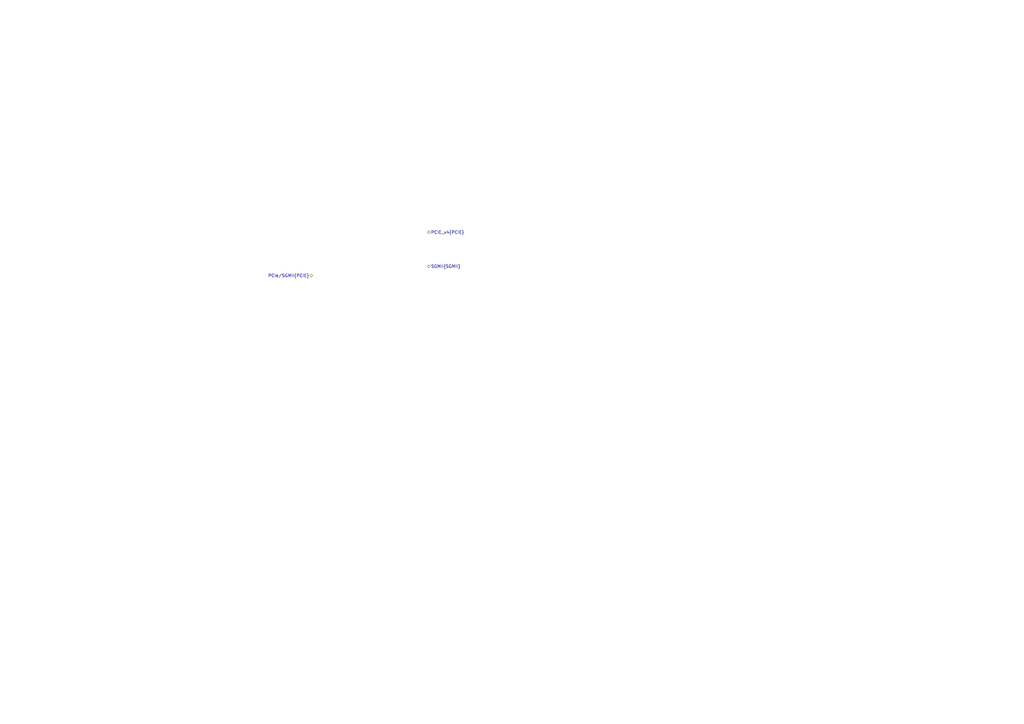
<source format=kicad_sch>
(kicad_sch
	(version 20250114)
	(generator "eeschema")
	(generator_version "9.0")
	(uuid "6ef1a07c-cc31-481e-882a-ba31fdf83f94")
	(paper "A3")
	(title_block
		(title "BMC Reference Carrier Board")
		(date "2025-08-14")
		(rev "1.0.0")
	)
	(lib_symbols)
	(hierarchical_label "PCIE_x4{PCIE}"
		(shape bidirectional)
		(at 175.26 95.25 0)
		(effects
			(font
				(size 1.27 1.27)
			)
			(justify left)
		)
		(uuid "37588d5d-4767-4b82-bc39-6d46218f1784")
	)
	(hierarchical_label "PCIe{slash}SGMII{PCIE}"
		(shape bidirectional)
		(at 128.27 113.03 180)
		(effects
			(font
				(size 1.27 1.27)
			)
			(justify right)
		)
		(uuid "7bf87896-e961-4481-a745-a406e38a0f3c")
	)
	(hierarchical_label "SGMII{SGMII}"
		(shape bidirectional)
		(at 175.26 109.22 0)
		(effects
			(font
				(size 1.27 1.27)
			)
			(justify left)
		)
		(uuid "91d2a98f-1927-42a8-a51c-8e094838e783")
	)
)

</source>
